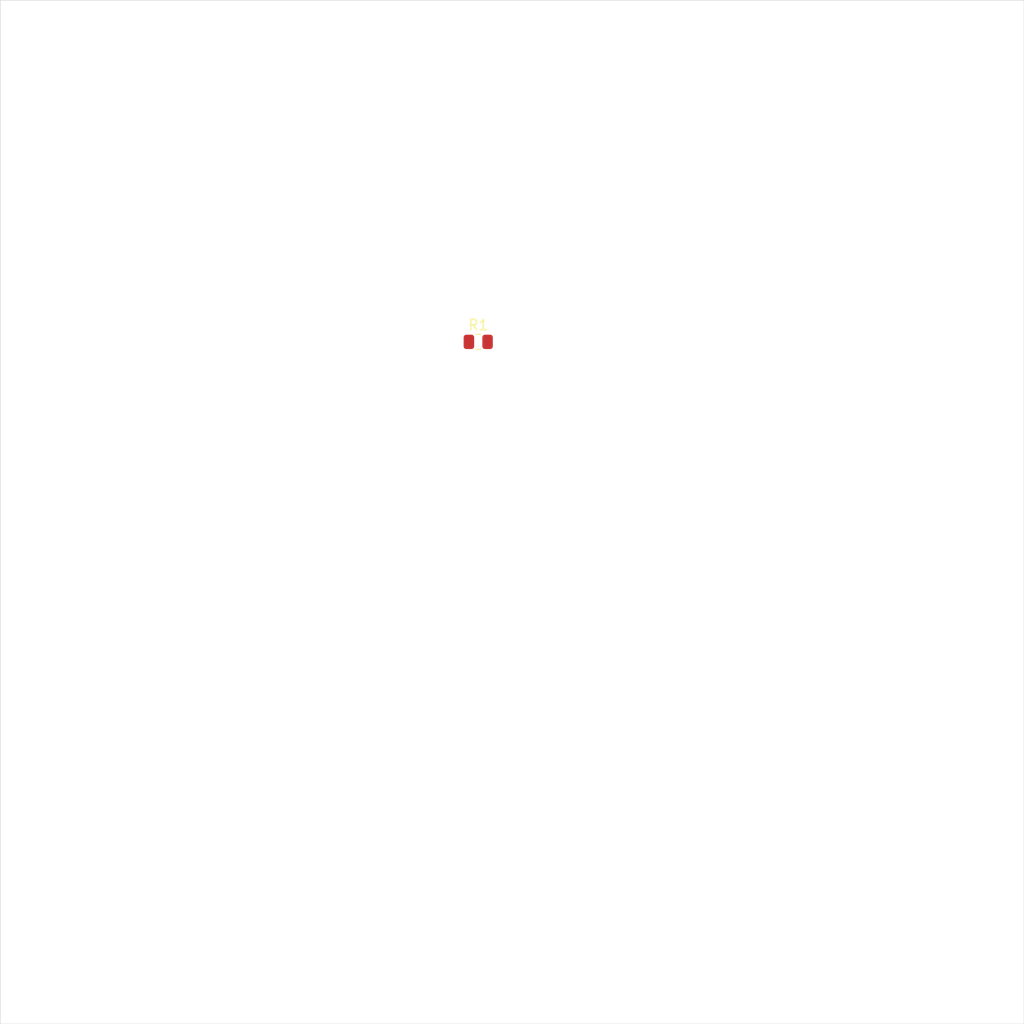
<source format=kicad_pcb>
(kicad_pcb (version 20241229) (generator "pcbnew") (generator_version "9.0")
  (layers (0 "F.Cu" signal) (2 "B.Cu" signal) (13 "F.Paste" user) (15 "B.Paste" user) (5 "F.SilkS" user "F.Silkscreen") (7 "B.SilkS" user "B.Silkscreen") (1 "F.Mask" user) (3 "B.Mask" user) (25 "Edge.Cuts" user))
  (net 0 "")
  (footprint "Resistor_SMD:R_0805_2012Metric" (layer "F.Cu") (at 96.69 83.37)
    (property "Reference" "R1" (at 0 -1.65 0) (layer "F.SilkS"))
    (property "Value" "R_0805_2012Metric")
    (fp_line (start -0.227064 -0.735) (end 0.227064 -0.735) (stroke (width 0.12)) (layer "F.SilkS"))
    (fp_line (start -0.227064 0.735) (end 0.227064 0.735) (stroke (width 0.12)) (layer "F.SilkS"))
    (pad "1" smd roundrect (at -0.9125 0) (size 1.025 1.4) (layers "F.Cu" "F.Mask" "F.Paste") (roundrect_rratio 0.243902))
    (pad "2" smd roundrect (at 0.9125 0) (size 1.025 1.4) (layers "F.Cu" "F.Mask" "F.Paste") (roundrect_rratio 0.243902))
  )
  (gr_rect (start 50 50) (end 150 150) (stroke (width 0.05)) (fill no) (layer "Edge.Cuts"))
)
</source>
